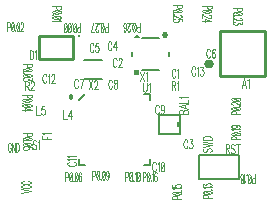
<source format=gto>
G04 DipTrace 2.4.0.2*
%IN3dBBLE.gto*%
%MOMM*%
%ADD10C,0.25*%
%ADD18C,0.152*%
%ADD21O,0.794X0.794*%
%ADD26C,0.317*%
%ADD42O,0.398X0.462*%
%ADD53O,0.48X0.525*%
%ADD90C,0.118*%
%ADD91C,0.083*%
%FSLAX53Y53*%
G04*
G71*
G90*
G75*
G01*
%LNTopSilk*%
%LPD*%
X28835Y24915D2*
D10*
X32645D1*
Y21105D1*
X28835D1*
Y24915D1*
D21*
X27962Y22137D3*
X25461Y16202D2*
D18*
X23721D1*
Y17762D1*
X25461D1*
Y16202D1*
G36*
X25525Y16776D2*
X25246D1*
Y17179D1*
X25525D1*
Y16776D1*
G37*
X16424Y24490D2*
D10*
X13566D1*
Y22585D1*
X16424D1*
Y24490D1*
D26*
X16900D3*
X30481Y14383D2*
D18*
X27081D1*
Y12383D1*
X30481D1*
Y14383D1*
D42*
X16286Y19288D3*
X16920Y19095D2*
D18*
X17420Y19595D1*
X22420D2*
X22920D1*
Y19095D1*
X22420Y13594D2*
X22920D1*
Y14095D1*
X16920D2*
Y13594D1*
X17420D1*
D53*
X24209Y24544D3*
G36*
X21990Y21187D2*
X21555D1*
Y21617D1*
X21990D1*
Y21187D1*
G37*
G36*
X22094Y24317D2*
X21809Y24677D1*
X21549Y24317D1*
X21539D1*
D1*
X22094D1*
G37*
X23725Y21637D2*
D18*
X22234D1*
X21460Y22787D2*
Y23157D1*
X23734Y24287D2*
X22234D1*
X24535Y23137D2*
Y22787D1*
X18911Y20841D2*
X17377D1*
X18922Y22494D2*
X17377D1*
X31047Y20127D2*
D90*
X30871Y20893D1*
X30696Y20127D1*
X30762Y20383D2*
X30981D1*
X31188Y20747D2*
X31232Y20784D1*
X31297Y20892D1*
Y20127D1*
X25404Y17904D2*
X26169D1*
Y18102D1*
X26132Y18167D1*
X26096Y18189D1*
X26024Y18211D1*
X25914D1*
X25841Y18189D1*
X25805Y18167D1*
X25768Y18102D1*
X25731Y18167D1*
X25695Y18189D1*
X25623Y18211D1*
X25549D1*
X25477Y18189D1*
X25440Y18167D1*
X25404Y18102D1*
Y17904D1*
X25768D2*
Y18102D1*
X26169Y18702D2*
X25404Y18527D1*
X26169Y18352D1*
X25914Y18418D2*
Y18636D1*
X25404Y18843D2*
X26169D1*
Y19106D1*
X25550Y19247D2*
X25513Y19291D1*
X25405Y19356D1*
X26169D1*
X25097Y21536D2*
X25075Y21609D1*
X25031Y21682D1*
X24988Y21718D1*
X24900D1*
X24856Y21682D1*
X24813Y21609D1*
X24790Y21536D1*
X24769Y21427D1*
Y21244D1*
X24790Y21135D1*
X24813Y21062D1*
X24856Y20989D1*
X24900Y20952D1*
X24988D1*
X25031Y20989D1*
X25075Y21062D1*
X25097Y21135D1*
X25238Y21571D2*
X25282Y21609D1*
X25348Y21717D1*
Y20952D1*
X20128Y22466D2*
X20106Y22539D1*
X20062Y22612D1*
X20018Y22648D1*
X19931D1*
X19887Y22612D1*
X19844Y22539D1*
X19821Y22466D1*
X19800Y22357D1*
Y22174D1*
X19821Y22065D1*
X19844Y21992D1*
X19887Y21920D1*
X19931Y21883D1*
X20018D1*
X20062Y21920D1*
X20106Y21992D1*
X20128Y22065D1*
X20291Y22466D2*
Y22502D1*
X20313Y22575D1*
X20334Y22611D1*
X20378Y22647D1*
X20466D1*
X20509Y22611D1*
X20531Y22575D1*
X20553Y22502D1*
Y22429D1*
X20531Y22356D1*
X20488Y22247D1*
X20269Y21883D1*
X20575D1*
X26111Y15551D2*
X26089Y15623D1*
X26045Y15697D1*
X26002Y15733D1*
X25915D1*
X25871Y15697D1*
X25827Y15623D1*
X25805Y15551D1*
X25783Y15442D1*
Y15259D1*
X25805Y15150D1*
X25827Y15077D1*
X25871Y15004D1*
X25915Y14967D1*
X26002D1*
X26045Y15004D1*
X26089Y15077D1*
X26111Y15150D1*
X26296Y15732D2*
X26536D1*
X26405Y15441D1*
X26471D1*
X26515Y15404D1*
X26536Y15368D1*
X26559Y15259D1*
Y15186D1*
X26536Y15077D1*
X26493Y15004D1*
X26427Y14967D1*
X26362D1*
X26296Y15004D1*
X26275Y15041D1*
X26252Y15113D1*
X19682Y23854D2*
X19661Y23926D1*
X19617Y23999D1*
X19573Y24036D1*
X19486D1*
X19442Y23999D1*
X19398Y23926D1*
X19376Y23854D1*
X19354Y23744D1*
Y23561D1*
X19376Y23453D1*
X19398Y23379D1*
X19442Y23307D1*
X19486Y23270D1*
X19573D1*
X19617Y23307D1*
X19661Y23379D1*
X19682Y23453D1*
X20042Y23270D2*
Y24035D1*
X19824Y23525D1*
X20152D1*
X18156Y23723D2*
X18134Y23795D1*
X18090Y23869D1*
X18047Y23905D1*
X17959D1*
X17915Y23869D1*
X17872Y23795D1*
X17850Y23723D1*
X17828Y23613D1*
Y23431D1*
X17850Y23322D1*
X17872Y23249D1*
X17915Y23176D1*
X17959Y23139D1*
X18047D1*
X18090Y23176D1*
X18134Y23249D1*
X18156Y23322D1*
X18559Y23904D2*
X18341D1*
X18319Y23576D1*
X18341Y23613D1*
X18407Y23650D1*
X18472D1*
X18538Y23613D1*
X18582Y23540D1*
X18603Y23431D1*
Y23358D1*
X18582Y23249D1*
X18538Y23175D1*
X18472Y23139D1*
X18407D1*
X18341Y23175D1*
X18319Y23212D1*
X18297Y23285D1*
X28039Y23220D2*
X28017Y23293D1*
X27973Y23366D1*
X27930Y23402D1*
X27842D1*
X27798Y23366D1*
X27755Y23293D1*
X27732Y23220D1*
X27711Y23111D1*
Y22928D1*
X27732Y22820D1*
X27755Y22746D1*
X27798Y22674D1*
X27842Y22637D1*
X27930D1*
X27973Y22674D1*
X28017Y22746D1*
X28039Y22820D1*
X28442Y23293D2*
X28420Y23365D1*
X28355Y23402D1*
X28311D1*
X28246Y23365D1*
X28202Y23256D1*
X28180Y23074D1*
Y22892D1*
X28202Y22746D1*
X28246Y22673D1*
X28311Y22637D1*
X28333D1*
X28398Y22673D1*
X28442Y22746D1*
X28464Y22856D1*
Y22892D1*
X28442Y23001D1*
X28398Y23074D1*
X28333Y23110D1*
X28311D1*
X28246Y23074D1*
X28202Y23001D1*
X28180Y22892D1*
X16845Y20671D2*
X16823Y20743D1*
X16779Y20817D1*
X16736Y20853D1*
X16648D1*
X16604Y20817D1*
X16561Y20743D1*
X16539Y20671D1*
X16517Y20561D1*
Y20379D1*
X16539Y20270D1*
X16561Y20197D1*
X16604Y20124D1*
X16648Y20087D1*
X16736D1*
X16779Y20124D1*
X16823Y20197D1*
X16845Y20270D1*
X17074Y20087D2*
X17292Y20852D1*
X16986D1*
X19746Y20623D2*
X19724Y20695D1*
X19680Y20769D1*
X19637Y20805D1*
X19550D1*
X19506Y20769D1*
X19462Y20695D1*
X19440Y20623D1*
X19418Y20513D1*
Y20331D1*
X19440Y20222D1*
X19462Y20149D1*
X19506Y20076D1*
X19550Y20039D1*
X19637D1*
X19680Y20076D1*
X19724Y20149D1*
X19746Y20222D1*
X19997Y20804D2*
X19931Y20768D1*
X19909Y20695D1*
Y20622D1*
X19931Y20550D1*
X19975Y20513D1*
X20062Y20476D1*
X20128Y20440D1*
X20171Y20367D1*
X20193Y20294D1*
Y20185D1*
X20171Y20112D1*
X20150Y20075D1*
X20084Y20039D1*
X19997D1*
X19931Y20075D1*
X19909Y20112D1*
X19887Y20185D1*
Y20294D1*
X19909Y20367D1*
X19953Y20440D1*
X20018Y20476D1*
X20106Y20513D1*
X20150Y20550D1*
X20171Y20622D1*
Y20695D1*
X20150Y20768D1*
X20084Y20804D1*
X19997D1*
X23698Y18478D2*
X23676Y18550D1*
X23632Y18624D1*
X23588Y18660D1*
X23501D1*
X23457Y18624D1*
X23414Y18550D1*
X23391Y18478D1*
X23370Y18368D1*
Y18186D1*
X23391Y18077D1*
X23414Y18004D1*
X23457Y17931D1*
X23501Y17894D1*
X23588D1*
X23632Y17931D1*
X23676Y18004D1*
X23698Y18077D1*
X24123Y18405D2*
X24101Y18295D1*
X24058Y18222D1*
X23992Y18186D1*
X23970D1*
X23905Y18222D1*
X23861Y18295D1*
X23839Y18405D1*
Y18441D1*
X23861Y18550D1*
X23905Y18623D1*
X23970Y18659D1*
X23992D1*
X24058Y18623D1*
X24101Y18550D1*
X24123Y18405D1*
Y18222D1*
X24101Y18040D1*
X24058Y17930D1*
X23992Y17894D1*
X23948D1*
X23883Y17930D1*
X23861Y18004D1*
X23460Y13635D2*
X23438Y13708D1*
X23394Y13781D1*
X23351Y13817D1*
X23263D1*
X23219Y13781D1*
X23176Y13708D1*
X23154Y13635D1*
X23132Y13526D1*
Y13343D1*
X23154Y13234D1*
X23176Y13161D1*
X23219Y13089D1*
X23263Y13052D1*
X23351D1*
X23394Y13089D1*
X23438Y13161D1*
X23460Y13234D1*
X23601Y13671D2*
X23645Y13708D1*
X23711Y13817D1*
Y13052D1*
X23983Y13817D2*
X23918Y13780D1*
X23874Y13671D1*
X23852Y13489D1*
Y13379D1*
X23874Y13197D1*
X23918Y13088D1*
X23983Y13052D1*
X24027D1*
X24092Y13088D1*
X24136Y13197D1*
X24158Y13379D1*
Y13489D1*
X24136Y13671D1*
X24092Y13780D1*
X24027Y13817D1*
X23983D1*
X24136Y13671D2*
X23874Y13197D1*
X16125Y13825D2*
X16052Y13804D1*
X15979Y13760D1*
X15943Y13716D1*
Y13629D1*
X15979Y13585D1*
X16052Y13541D1*
X16125Y13519D1*
X16234Y13497D1*
X16417D1*
X16526Y13519D1*
X16599Y13541D1*
X16671Y13585D1*
X16708Y13629D1*
Y13716D1*
X16671Y13760D1*
X16599Y13804D1*
X16526Y13825D1*
X16089Y13967D2*
X16052Y14011D1*
X15943Y14076D1*
X16708D1*
X16089Y14218D2*
X16052Y14261D1*
X15943Y14327D1*
X16708D1*
X14173Y21102D2*
X14151Y21174D1*
X14107Y21247D1*
X14064Y21284D1*
X13977D1*
X13933Y21247D1*
X13889Y21174D1*
X13867Y21102D1*
X13845Y20992D1*
Y20809D1*
X13867Y20701D1*
X13889Y20627D1*
X13933Y20555D1*
X13977Y20518D1*
X14064D1*
X14107Y20555D1*
X14151Y20627D1*
X14173Y20701D1*
X14314Y21137D2*
X14358Y21174D1*
X14424Y21283D1*
Y20518D1*
X14587Y21101D2*
Y21137D1*
X14609Y21210D1*
X14631Y21247D1*
X14675Y21283D1*
X14762D1*
X14806Y21247D1*
X14828Y21210D1*
X14850Y21137D1*
Y21065D1*
X14828Y20991D1*
X14784Y20883D1*
X14565Y20518D1*
X14871D1*
X26782Y21727D2*
X26761Y21800D1*
X26717Y21873D1*
X26673Y21909D1*
X26586D1*
X26542Y21873D1*
X26498Y21800D1*
X26476Y21727D1*
X26454Y21618D1*
Y21435D1*
X26476Y21326D1*
X26498Y21253D1*
X26542Y21181D1*
X26586Y21143D1*
X26673D1*
X26717Y21181D1*
X26761Y21253D1*
X26782Y21326D1*
X26923Y21763D2*
X26967Y21800D1*
X27033Y21908D1*
Y21143D1*
X27218Y21908D2*
X27458D1*
X27327Y21617D1*
X27393D1*
X27437Y21581D1*
X27458Y21544D1*
X27481Y21435D1*
Y21362D1*
X27458Y21253D1*
X27415Y21180D1*
X27349Y21143D1*
X27283D1*
X27218Y21180D1*
X27197Y21217D1*
X27174Y21289D1*
X12758Y23293D2*
Y22527D1*
X12911D1*
X12977Y22565D1*
X13021Y22637D1*
X13042Y22710D1*
X13064Y22819D1*
Y23002D1*
X13042Y23111D1*
X13021Y23184D1*
X12977Y23257D1*
X12911Y23293D1*
X12758D1*
X13205Y23147D2*
X13249Y23184D1*
X13315Y23292D1*
Y22527D1*
X13836Y16028D2*
Y15744D1*
X14602D1*
X14201D2*
Y15918D1*
X13983Y16169D2*
X13946Y16213D1*
X13837Y16279D1*
X14602D1*
X15621Y18201D2*
Y17435D1*
X15883D1*
X16243D2*
Y18200D1*
X16024Y17691D1*
X16352D1*
X13335Y18583D2*
Y17817D1*
X13597D1*
X14000Y18582D2*
X13782D1*
X13760Y18254D1*
X13782Y18291D1*
X13848Y18328D1*
X13913D1*
X13979Y18291D1*
X14023Y18218D1*
X14044Y18109D1*
Y18036D1*
X14023Y17927D1*
X13979Y17853D1*
X13913Y17817D1*
X13848D1*
X13782Y17853D1*
X13760Y17891D1*
X13738Y17963D1*
X24787Y20308D2*
X24984D1*
X25050Y20345D1*
X25072Y20381D1*
X25094Y20454D1*
Y20527D1*
X25072Y20600D1*
X25050Y20637D1*
X24984Y20673D1*
X24787D1*
Y19907D1*
X24940Y20308D2*
X25094Y19907D1*
X25235Y20526D2*
X25279Y20563D1*
X25344Y20672D1*
Y19907D1*
X12376Y20293D2*
X12573D1*
X12639Y20330D1*
X12661Y20366D1*
X12683Y20439D1*
Y20512D1*
X12661Y20584D1*
X12639Y20621D1*
X12573Y20658D1*
X12376D1*
Y19892D1*
X12530Y20293D2*
X12683Y19892D1*
X12846Y20475D2*
Y20511D1*
X12868Y20584D1*
X12890Y20620D1*
X12933Y20657D1*
X13021D1*
X13064Y20620D1*
X13086Y20584D1*
X13108Y20511D1*
Y20439D1*
X13086Y20365D1*
X13043Y20257D1*
X12824Y19892D1*
X13130D1*
X29354Y14974D2*
X29550D1*
X29616Y15011D1*
X29638Y15048D1*
X29660Y15120D1*
Y15193D1*
X29638Y15266D1*
X29616Y15303D1*
X29550Y15339D1*
X29354D1*
Y14573D1*
X29507Y14974D2*
X29660Y14573D1*
X30107Y15230D2*
X30064Y15303D1*
X29998Y15339D1*
X29911D1*
X29845Y15303D1*
X29801Y15230D1*
Y15157D1*
X29823Y15084D1*
X29845Y15048D1*
X29889Y15011D1*
X30020Y14938D1*
X30064Y14902D1*
X30086Y14865D1*
X30107Y14792D1*
Y14683D1*
X30064Y14610D1*
X29998Y14573D1*
X29911D1*
X29845Y14610D1*
X29801Y14683D1*
X30402Y15339D2*
Y14573D1*
X30249Y15339D2*
X30555D1*
X13336Y15569D2*
X13293Y15642D1*
X13227Y15678D1*
X13140D1*
X13074Y15642D1*
X13030Y15569D1*
Y15496D1*
X13052Y15423D1*
X13074Y15387D1*
X13118Y15351D1*
X13249Y15277D1*
X13293Y15241D1*
X13315Y15204D1*
X13336Y15132D1*
Y15022D1*
X13293Y14950D1*
X13227Y14913D1*
X13140D1*
X13074Y14950D1*
X13030Y15022D1*
X13478Y15532D2*
X13522Y15569D1*
X13587Y15677D1*
Y14913D1*
X27515Y14979D2*
X27442Y14936D1*
X27406Y14870D1*
Y14783D1*
X27442Y14717D1*
X27515Y14673D1*
X27588D1*
X27661Y14695D1*
X27697Y14717D1*
X27733Y14760D1*
X27807Y14892D1*
X27843Y14936D1*
X27880Y14957D1*
X27952Y14979D1*
X28062D1*
X28134Y14936D1*
X28171Y14870D1*
Y14783D1*
X28134Y14717D1*
X28062Y14673D1*
X27406Y15120D2*
X28171Y15230D1*
X27406Y15339D1*
X28171Y15448D1*
X27406Y15558D1*
Y15699D2*
X28171D1*
Y15852D1*
X28134Y15918D1*
X28062Y15962D1*
X27989Y15984D1*
X27880Y16005D1*
X27697D1*
X27588Y15984D1*
X27515Y15962D1*
X27442Y15918D1*
X27406Y15852D1*
Y15699D1*
X22363Y20525D2*
Y19979D1*
X22385Y19869D1*
X22429Y19797D1*
X22495Y19760D1*
X22538D1*
X22604Y19797D1*
X22648Y19869D1*
X22670Y19979D1*
Y20525D1*
X22811Y20379D2*
X22855Y20416D1*
X22920Y20524D1*
Y19760D1*
X22141Y21477D2*
X22447Y20711D1*
Y21477D2*
X22141Y20711D1*
X22588Y21330D2*
X22632Y21368D1*
X22698Y21476D1*
Y20711D1*
X17757Y20754D2*
X18063Y19988D1*
Y20754D2*
X17757Y19988D1*
X18226Y20571D2*
Y20607D1*
X18248Y20680D1*
X18270Y20717D1*
X18314Y20753D1*
X18401D1*
X18445Y20717D1*
X18466Y20680D1*
X18489Y20607D1*
Y20535D1*
X18466Y20461D1*
X18423Y20353D1*
X18204Y19988D1*
X18510D1*
X12064Y11220D2*
D91*
X12830Y11366D1*
X12064Y11511D1*
X12246Y11868D2*
X12174Y11850D1*
X12101Y11813D1*
X12065Y11777D1*
Y11704D1*
X12101Y11668D1*
X12174Y11631D1*
X12246Y11613D1*
X12356Y11595D1*
X12539D1*
X12647Y11613D1*
X12721Y11631D1*
X12793Y11668D1*
X12830Y11704D1*
Y11777D1*
X12793Y11813D1*
X12721Y11850D1*
X12647Y11868D1*
X12246Y12225D2*
X12174Y12207D1*
X12101Y12170D1*
X12065Y12134D1*
Y12061D1*
X12101Y12024D1*
X12174Y11988D1*
X12246Y11969D1*
X12356Y11951D1*
X12539D1*
X12647Y11969D1*
X12721Y11988D1*
X12793Y12024D1*
X12830Y12061D1*
Y12134D1*
X12793Y12170D1*
X12721Y12207D1*
X12647Y12225D1*
X11169Y15276D2*
X11151Y15348D1*
X11114Y15422D1*
X11078Y15458D1*
X11005D1*
X10968Y15422D1*
X10932Y15348D1*
X10914Y15276D1*
X10896Y15167D1*
Y14984D1*
X10914Y14875D1*
X10932Y14802D1*
X10968Y14729D1*
X11005Y14692D1*
X11078D1*
X11114Y14729D1*
X11151Y14802D1*
X11169Y14875D1*
Y14984D1*
X11078D1*
X11507Y15458D2*
Y14692D1*
X11252Y15458D1*
Y14692D1*
X11591Y15458D2*
Y14692D1*
X11718D1*
X11773Y14729D1*
X11810Y14802D1*
X11828Y14875D1*
X11846Y14984D1*
Y15167D1*
X11828Y15276D1*
X11810Y15348D1*
X11773Y15422D1*
X11718Y15458D1*
X11591D1*
X22059Y25262D2*
X21895D1*
X21840Y25225D1*
X21822Y25188D1*
X21804Y25116D1*
Y25006D1*
X21822Y24934D1*
X21840Y24897D1*
X21895Y24861D1*
X22059D1*
Y25626D1*
X21611Y24861D2*
X21665Y24898D1*
X21702Y25007D1*
X21720Y25189D1*
Y25299D1*
X21702Y25481D1*
X21666Y25590D1*
X21611Y25626D1*
X21575D1*
X21520Y25590D1*
X21484Y25481D1*
X21465Y25299D1*
Y25189D1*
X21484Y25007D1*
X21520Y24898D1*
X21575Y24861D1*
X21611D1*
X21484Y25007D2*
X21702Y25481D1*
X21364Y25553D2*
X21382Y25590D1*
X21364Y25626D1*
X21345Y25590D1*
X21364Y25553D1*
X21243Y25043D2*
Y25007D1*
X21225Y24934D1*
X21207Y24898D1*
X21170Y24861D1*
X21097D1*
X21061Y24898D1*
X21043Y24934D1*
X21025Y25007D1*
Y25080D1*
X21043Y25153D1*
X21079Y25262D1*
X21262Y25626D1*
X21007D1*
X20705Y24970D2*
X20723Y24898D1*
X20777Y24861D1*
X20814D1*
X20868Y24898D1*
X20905Y25007D1*
X20923Y25189D1*
Y25371D1*
X20905Y25517D1*
X20868Y25590D1*
X20814Y25626D1*
X20796D1*
X20741Y25590D1*
X20705Y25517D1*
X20686Y25407D1*
Y25371D1*
X20705Y25262D1*
X20741Y25189D1*
X20796Y25153D1*
X20814D1*
X20868Y25189D1*
X20905Y25262D1*
X20923Y25371D1*
X19366Y25231D2*
X19202D1*
X19148Y25194D1*
X19129Y25157D1*
X19111Y25085D1*
Y24975D1*
X19129Y24903D1*
X19148Y24866D1*
X19202Y24830D1*
X19366D1*
Y25595D1*
X18918Y24831D2*
X18973Y24867D1*
X19010Y24976D1*
X19028Y25158D1*
Y25268D1*
X19010Y25450D1*
X18973Y25559D1*
X18918Y25595D1*
X18882D1*
X18827Y25559D1*
X18791Y25450D1*
X18772Y25268D1*
Y25158D1*
X18791Y24976D1*
X18827Y24867D1*
X18882Y24831D1*
X18918D1*
X18791Y24976D2*
X19010Y25450D1*
X18671Y25522D2*
X18689Y25559D1*
X18671Y25595D1*
X18652Y25559D1*
X18671Y25522D1*
X18551Y25012D2*
Y24976D1*
X18532Y24903D1*
X18514Y24867D1*
X18478Y24831D1*
X18405D1*
X18369Y24867D1*
X18351Y24903D1*
X18332Y24976D1*
Y25049D1*
X18351Y25122D1*
X18387Y25231D1*
X18569Y25595D1*
X18314D1*
X18158D2*
X17975Y24831D1*
X18231D1*
X10839Y25255D2*
X11003D1*
X11057Y25292D1*
X11076Y25329D1*
X11094Y25401D1*
Y25511D1*
X11076Y25583D1*
X11057Y25620D1*
X11003Y25656D1*
X10839D1*
Y24891D1*
X11287Y25655D2*
X11232Y25619D1*
X11195Y25510D1*
X11177Y25328D1*
Y25218D1*
X11195Y25036D1*
X11232Y24927D1*
X11287Y24891D1*
X11323D1*
X11378Y24927D1*
X11414Y25036D1*
X11432Y25218D1*
Y25328D1*
X11414Y25510D1*
X11378Y25619D1*
X11323Y25655D1*
X11287D1*
X11414Y25510D2*
X11195Y25036D1*
X11534Y24964D2*
X11516Y24927D1*
X11534Y24891D1*
X11552Y24927D1*
X11534Y24964D1*
X11745Y25655D2*
X11690Y25619D1*
X11654Y25510D1*
X11636Y25328D1*
Y25218D1*
X11654Y25036D1*
X11690Y24927D1*
X11745Y24891D1*
X11781D1*
X11836Y24927D1*
X11872Y25036D1*
X11891Y25218D1*
Y25328D1*
X11872Y25510D1*
X11836Y25619D1*
X11781Y25655D1*
X11745D1*
X11872Y25510D2*
X11654Y25036D1*
X11993Y25473D2*
Y25510D1*
X12011Y25583D1*
X12029Y25619D1*
X12066Y25655D1*
X12139D1*
X12175Y25619D1*
X12193Y25583D1*
X12211Y25510D1*
Y25437D1*
X12193Y25364D1*
X12157Y25255D1*
X11974Y24891D1*
X12229D1*
X12531Y22080D2*
Y21916D1*
X12567Y21862D1*
X12604Y21843D1*
X12677Y21825D1*
X12786D1*
X12859Y21843D1*
X12896Y21862D1*
X12932Y21916D1*
Y22080D1*
X12166D1*
X12931Y21632D2*
X12895Y21687D1*
X12785Y21723D1*
X12603Y21742D1*
X12494D1*
X12312Y21723D1*
X12202Y21687D1*
X12166Y21632D1*
Y21596D1*
X12202Y21541D1*
X12312Y21505D1*
X12494Y21486D1*
X12603D1*
X12785Y21505D1*
X12895Y21541D1*
X12931Y21596D1*
Y21632D1*
X12785Y21505D2*
X12312Y21723D1*
X12240Y21385D2*
X12202Y21403D1*
X12166Y21385D1*
X12202Y21366D1*
X12240Y21385D1*
X12931Y21174D2*
X12895Y21228D1*
X12785Y21265D1*
X12603Y21283D1*
X12494D1*
X12312Y21265D1*
X12202Y21228D1*
X12166Y21174D1*
Y21137D1*
X12202Y21083D1*
X12312Y21046D1*
X12494Y21028D1*
X12603D1*
X12785Y21046D1*
X12895Y21083D1*
X12931Y21137D1*
Y21174D1*
X12785Y21046D2*
X12312Y21265D1*
X12931Y20908D2*
Y20708D1*
X12640Y20817D1*
Y20762D1*
X12603Y20726D1*
X12567Y20708D1*
X12458Y20689D1*
X12385D1*
X12276Y20708D1*
X12202Y20744D1*
X12166Y20799D1*
Y20854D1*
X12202Y20908D1*
X12240Y20926D1*
X12312Y20944D1*
X12520Y16240D2*
Y16076D1*
X12556Y16022D1*
X12593Y16003D1*
X12665Y15985D1*
X12775D1*
X12847Y16003D1*
X12884Y16022D1*
X12921Y16076D1*
Y16240D1*
X12155D1*
X12920Y15792D2*
X12884Y15847D1*
X12774Y15883D1*
X12592Y15902D1*
X12483D1*
X12301Y15883D1*
X12191Y15847D1*
X12155Y15792D1*
Y15756D1*
X12191Y15701D1*
X12301Y15665D1*
X12483Y15646D1*
X12592D1*
X12774Y15665D1*
X12884Y15701D1*
X12920Y15756D1*
Y15792D1*
X12774Y15665D2*
X12301Y15883D1*
X12228Y15545D2*
X12191Y15563D1*
X12155Y15545D1*
X12191Y15526D1*
X12228Y15545D1*
X12920Y15334D2*
X12884Y15388D1*
X12774Y15425D1*
X12592Y15443D1*
X12483D1*
X12301Y15425D1*
X12191Y15388D1*
X12155Y15334D1*
Y15297D1*
X12191Y15243D1*
X12301Y15206D1*
X12483Y15188D1*
X12592D1*
X12774Y15206D1*
X12884Y15243D1*
X12920Y15297D1*
Y15334D1*
X12774Y15206D2*
X12301Y15425D1*
X12920Y14886D2*
Y15068D1*
X12592Y15086D1*
X12628Y15068D1*
X12665Y15013D1*
Y14959D1*
X12628Y14904D1*
X12556Y14867D1*
X12446Y14849D1*
X12374D1*
X12265Y14867D1*
X12191Y14904D1*
X12155Y14959D1*
Y15013D1*
X12191Y15068D1*
X12228Y15086D1*
X12301Y15105D1*
X15775Y12544D2*
X15939D1*
X15993Y12580D1*
X16012Y12617D1*
X16030Y12690D1*
Y12799D1*
X16012Y12872D1*
X15993Y12909D1*
X15939Y12945D1*
X15775D1*
Y12179D1*
X16223Y12944D2*
X16168Y12908D1*
X16131Y12798D1*
X16113Y12616D1*
Y12507D1*
X16131Y12325D1*
X16168Y12215D1*
X16223Y12179D1*
X16259D1*
X16314Y12215D1*
X16350Y12325D1*
X16368Y12507D1*
Y12616D1*
X16350Y12798D1*
X16314Y12908D1*
X16259Y12944D1*
X16223D1*
X16350Y12798D2*
X16131Y12325D1*
X16470Y12253D2*
X16452Y12215D1*
X16470Y12179D1*
X16488Y12215D1*
X16470Y12253D1*
X16681Y12944D2*
X16626Y12908D1*
X16590Y12798D1*
X16572Y12616D1*
Y12507D1*
X16590Y12325D1*
X16626Y12215D1*
X16681Y12179D1*
X16717D1*
X16772Y12215D1*
X16808Y12325D1*
X16827Y12507D1*
Y12616D1*
X16808Y12798D1*
X16772Y12908D1*
X16717Y12944D1*
X16681D1*
X16808Y12798D2*
X16590Y12325D1*
X17129Y12835D2*
X17111Y12908D1*
X17056Y12944D1*
X17020D1*
X16965Y12908D1*
X16928Y12798D1*
X16910Y12616D1*
Y12434D1*
X16928Y12289D1*
X16965Y12215D1*
X17020Y12179D1*
X17038D1*
X17092Y12215D1*
X17129Y12289D1*
X17147Y12398D1*
Y12434D1*
X17129Y12544D1*
X17092Y12616D1*
X17038Y12653D1*
X17020D1*
X16965Y12616D1*
X16928Y12544D1*
X16910Y12434D1*
X12516Y19525D2*
Y19361D1*
X12552Y19307D1*
X12589Y19288D1*
X12662Y19270D1*
X12771D1*
X12844Y19288D1*
X12881Y19307D1*
X12917Y19361D1*
Y19525D1*
X12151D1*
X12916Y19077D2*
X12880Y19132D1*
X12770Y19169D1*
X12588Y19187D1*
X12479D1*
X12297Y19169D1*
X12187Y19132D1*
X12151Y19077D1*
Y19041D1*
X12187Y18986D1*
X12297Y18950D1*
X12479Y18932D1*
X12588D1*
X12770Y18950D1*
X12880Y18986D1*
X12916Y19041D1*
Y19077D1*
X12770Y18950D2*
X12297Y19169D1*
X12225Y18830D2*
X12187Y18848D1*
X12151Y18830D1*
X12187Y18812D1*
X12225Y18830D1*
X12916Y18619D2*
X12880Y18674D1*
X12770Y18710D1*
X12588Y18728D1*
X12479D1*
X12297Y18710D1*
X12187Y18674D1*
X12151Y18619D1*
Y18583D1*
X12187Y18528D1*
X12297Y18492D1*
X12479Y18473D1*
X12588D1*
X12770Y18492D1*
X12880Y18528D1*
X12916Y18583D1*
Y18619D1*
X12770Y18492D2*
X12297Y18710D1*
X12151Y18207D2*
X12916D1*
X12406Y18390D1*
Y18116D1*
X25246Y10720D2*
Y10884D1*
X25210Y10939D1*
X25173Y10957D1*
X25100Y10975D1*
X24991D1*
X24918Y10957D1*
X24881Y10939D1*
X24845Y10884D1*
Y10720D1*
X25611D1*
X24846Y11168D2*
X24882Y11113D1*
X24992Y11077D1*
X25174Y11059D1*
X25283D1*
X25465Y11077D1*
X25575Y11113D1*
X25611Y11168D1*
Y11204D1*
X25575Y11259D1*
X25465Y11295D1*
X25283Y11314D1*
X25174D1*
X24992Y11295D1*
X24882Y11259D1*
X24846Y11204D1*
Y11168D1*
X24992Y11295D2*
X25465Y11077D1*
X25537Y11415D2*
X25575Y11397D1*
X25611Y11415D1*
X25575Y11434D1*
X25537Y11415D1*
X24992Y11517D2*
X24955Y11554D1*
X24846Y11609D1*
X25611D1*
X24846Y11910D2*
Y11728D1*
X25174Y11710D1*
X25137Y11728D1*
X25100Y11783D1*
Y11838D1*
X25137Y11892D1*
X25210Y11929D1*
X25319Y11947D1*
X25392D1*
X25501Y11929D1*
X25575Y11892D1*
X25611Y11838D1*
Y11783D1*
X25575Y11728D1*
X25537Y11710D1*
X25465Y11692D1*
X18075Y12670D2*
X18239D1*
X18293Y12707D1*
X18312Y12744D1*
X18330Y12816D1*
Y12926D1*
X18312Y12998D1*
X18293Y13035D1*
X18239Y13071D1*
X18075D1*
Y12306D1*
X18523Y13070D2*
X18468Y13034D1*
X18431Y12925D1*
X18413Y12743D1*
Y12633D1*
X18431Y12451D1*
X18468Y12342D1*
X18523Y12306D1*
X18559D1*
X18614Y12342D1*
X18650Y12451D1*
X18668Y12633D1*
Y12743D1*
X18650Y12925D1*
X18614Y13034D1*
X18559Y13070D1*
X18523D1*
X18650Y12925D2*
X18431Y12451D1*
X18770Y12379D2*
X18752Y12342D1*
X18770Y12306D1*
X18788Y12342D1*
X18770Y12379D1*
X18981Y13070D2*
X18926Y13034D1*
X18890Y12925D1*
X18872Y12743D1*
Y12633D1*
X18890Y12451D1*
X18926Y12342D1*
X18981Y12306D1*
X19017D1*
X19072Y12342D1*
X19108Y12451D1*
X19127Y12633D1*
Y12743D1*
X19108Y12925D1*
X19072Y13034D1*
X19017Y13070D1*
X18981D1*
X19108Y12925D2*
X18890Y12451D1*
X19447Y12816D2*
X19429Y12707D1*
X19393Y12633D1*
X19338Y12597D1*
X19320D1*
X19265Y12633D1*
X19229Y12707D1*
X19210Y12816D1*
Y12852D1*
X19229Y12962D1*
X19265Y13034D1*
X19320Y13070D1*
X19338D1*
X19393Y13034D1*
X19429Y12962D1*
X19447Y12816D1*
Y12633D1*
X19429Y12451D1*
X19393Y12342D1*
X19338Y12306D1*
X19302D1*
X19247Y12342D1*
X19229Y12415D1*
X20853Y12580D2*
X21017D1*
X21071Y12616D1*
X21090Y12653D1*
X21108Y12725D1*
Y12835D1*
X21090Y12907D1*
X21071Y12944D1*
X21017Y12981D1*
X20853D1*
Y12215D1*
X21301Y12980D2*
X21246Y12943D1*
X21209Y12834D1*
X21191Y12652D1*
Y12543D1*
X21209Y12361D1*
X21246Y12251D1*
X21301Y12215D1*
X21337D1*
X21392Y12251D1*
X21428Y12361D1*
X21447Y12543D1*
Y12652D1*
X21428Y12834D1*
X21392Y12943D1*
X21337Y12980D1*
X21301D1*
X21428Y12834D2*
X21209Y12361D1*
X21548Y12288D2*
X21530Y12251D1*
X21548Y12215D1*
X21567Y12251D1*
X21548Y12288D1*
X21650Y12834D2*
X21686Y12871D1*
X21741Y12980D1*
Y12215D1*
X21934Y12980D2*
X21879Y12943D1*
X21843Y12834D1*
X21825Y12652D1*
Y12543D1*
X21843Y12361D1*
X21879Y12251D1*
X21934Y12215D1*
X21970D1*
X22025Y12251D1*
X22061Y12361D1*
X22080Y12543D1*
Y12652D1*
X22061Y12834D1*
X22025Y12943D1*
X21970Y12980D1*
X21934D1*
X22061Y12834D2*
X21843Y12361D1*
X22328Y12568D2*
X22493D1*
X22547Y12604D1*
X22565Y12641D1*
X22584Y12714D1*
Y12823D1*
X22565Y12896D1*
X22547Y12933D1*
X22493Y12969D1*
X22328D1*
Y12203D1*
X22776Y12968D2*
X22722Y12932D1*
X22685Y12822D1*
X22667Y12641D1*
Y12531D1*
X22685Y12349D1*
X22722Y12240D1*
X22776Y12203D1*
X22813D1*
X22867Y12240D1*
X22904Y12349D1*
X22922Y12531D1*
Y12641D1*
X22904Y12822D1*
X22867Y12932D1*
X22813Y12968D1*
X22776D1*
X22904Y12822D2*
X22685Y12349D1*
X23024Y12277D2*
X23005Y12240D1*
X23024Y12203D1*
X23042Y12240D1*
X23024Y12277D1*
X23125Y12822D2*
X23162Y12860D1*
X23217Y12968D1*
Y12203D1*
X23519Y12860D2*
X23501Y12932D1*
X23446Y12968D1*
X23410D1*
X23355Y12932D1*
X23318Y12822D1*
X23300Y12641D1*
Y12459D1*
X23318Y12313D1*
X23355Y12240D1*
X23410Y12203D1*
X23428D1*
X23482Y12240D1*
X23519Y12313D1*
X23537Y12422D1*
Y12459D1*
X23519Y12568D1*
X23482Y12641D1*
X23428Y12677D1*
X23410D1*
X23355Y12641D1*
X23318Y12568D1*
X23300Y12459D1*
X15022Y26989D2*
Y26824D1*
X15059Y26770D1*
X15096Y26752D1*
X15168Y26733D1*
X15278D1*
X15350Y26752D1*
X15387Y26770D1*
X15423Y26824D1*
Y26989D1*
X14658D1*
X15422Y26541D2*
X15386Y26595D1*
X15277Y26632D1*
X15095Y26650D1*
X14985D1*
X14803Y26632D1*
X14694Y26595D1*
X14658Y26541D1*
Y26504D1*
X14694Y26450D1*
X14803Y26413D1*
X14985Y26395D1*
X15095D1*
X15277Y26413D1*
X15386Y26450D1*
X15422Y26504D1*
Y26541D1*
X15277Y26413D2*
X14803Y26632D1*
X14731Y26293D2*
X14694Y26312D1*
X14658Y26293D1*
X14694Y26275D1*
X14731Y26293D1*
X15422Y26082D2*
X15386Y26137D1*
X15277Y26173D1*
X15095Y26192D1*
X14985D1*
X14803Y26173D1*
X14694Y26137D1*
X14658Y26082D1*
Y26046D1*
X14694Y25991D1*
X14803Y25955D1*
X14985Y25936D1*
X15095D1*
X15277Y25955D1*
X15386Y25991D1*
X15422Y26046D1*
Y26082D1*
X15277Y25955D2*
X14803Y26173D1*
X15277Y25853D2*
X15314Y25816D1*
X15422Y25762D1*
X14658D1*
X17042Y25221D2*
X16878D1*
X16824Y25185D1*
X16805Y25148D1*
X16787Y25075D1*
Y24966D1*
X16805Y24893D1*
X16824Y24856D1*
X16878Y24820D1*
X17042D1*
Y25586D1*
X16594Y24821D2*
X16649Y24857D1*
X16686Y24966D1*
X16704Y25148D1*
Y25258D1*
X16686Y25440D1*
X16649Y25549D1*
X16594Y25586D1*
X16558D1*
X16503Y25549D1*
X16467Y25440D1*
X16448Y25258D1*
Y25148D1*
X16467Y24966D1*
X16503Y24857D1*
X16558Y24821D1*
X16594D1*
X16467Y24966D2*
X16686Y25440D1*
X16347Y25512D2*
X16365Y25549D1*
X16347Y25586D1*
X16328Y25549D1*
X16347Y25512D1*
X16136Y24821D2*
X16190Y24857D1*
X16227Y24966D1*
X16245Y25148D1*
Y25258D1*
X16227Y25440D1*
X16190Y25549D1*
X16136Y25586D1*
X16099D1*
X16045Y25549D1*
X16008Y25440D1*
X15990Y25258D1*
Y25148D1*
X16008Y24966D1*
X16045Y24857D1*
X16099Y24821D1*
X16136D1*
X16008Y24966D2*
X16227Y25440D1*
X15797Y24821D2*
X15852Y24857D1*
X15888Y24966D1*
X15907Y25148D1*
Y25258D1*
X15888Y25440D1*
X15852Y25549D1*
X15797Y25586D1*
X15761D1*
X15706Y25549D1*
X15670Y25440D1*
X15651Y25258D1*
Y25148D1*
X15670Y24966D1*
X15706Y24857D1*
X15761Y24821D1*
X15797D1*
X15670Y24966D2*
X15888Y25440D1*
X27754Y27066D2*
Y26902D1*
X27790Y26847D1*
X27827Y26829D1*
X27900Y26811D1*
X28009D1*
X28082Y26829D1*
X28119Y26847D1*
X28155Y26902D1*
Y27066D1*
X27389D1*
X28154Y26618D2*
X28118Y26673D1*
X28009Y26709D1*
X27827Y26727D1*
X27717D1*
X27535Y26709D1*
X27426Y26673D1*
X27389Y26618D1*
Y26582D1*
X27426Y26527D1*
X27535Y26491D1*
X27717Y26472D1*
X27827D1*
X28009Y26491D1*
X28118Y26527D1*
X28154Y26582D1*
Y26618D1*
X28009Y26491D2*
X27535Y26709D1*
X27463Y26371D2*
X27426Y26389D1*
X27389Y26371D1*
X27426Y26352D1*
X27463Y26371D1*
X27972Y26250D2*
X28009D1*
X28082Y26232D1*
X28118Y26214D1*
X28154Y26177D1*
Y26105D1*
X28118Y26068D1*
X28082Y26050D1*
X28009Y26032D1*
X27936D1*
X27863Y26050D1*
X27754Y26086D1*
X27389Y26269D1*
Y26014D1*
Y25748D2*
X28154D1*
X27645Y25930D1*
Y25657D1*
X30323Y26847D2*
Y26683D1*
X30359Y26628D1*
X30396Y26610D1*
X30469Y26592D1*
X30578D1*
X30651Y26610D1*
X30688Y26628D1*
X30724Y26683D1*
Y26847D1*
X29958D1*
X30723Y26399D2*
X30687Y26454D1*
X30577Y26490D1*
X30395Y26508D1*
X30286D1*
X30104Y26490D1*
X29995Y26454D1*
X29958Y26399D1*
Y26363D1*
X29995Y26308D1*
X30104Y26272D1*
X30286Y26253D1*
X30395D1*
X30577Y26272D1*
X30687Y26308D1*
X30723Y26363D1*
Y26399D1*
X30577Y26272D2*
X30104Y26490D1*
X30032Y26152D2*
X29995Y26170D1*
X29958Y26152D1*
X29995Y26133D1*
X30032Y26152D1*
X30541Y26031D2*
X30577D1*
X30651Y26013D1*
X30687Y25995D1*
X30723Y25959D1*
Y25886D1*
X30687Y25849D1*
X30651Y25831D1*
X30577Y25813D1*
X30505D1*
X30432Y25831D1*
X30323Y25868D1*
X29958Y26050D1*
Y25795D1*
X30723Y25675D2*
Y25475D1*
X30432Y25584D1*
Y25529D1*
X30395Y25493D1*
X30359Y25475D1*
X30250Y25456D1*
X30177D1*
X30068Y25475D1*
X29995Y25511D1*
X29958Y25566D1*
Y25620D1*
X29995Y25675D1*
X30032Y25693D1*
X30104Y25711D1*
X25244Y27077D2*
Y26913D1*
X25280Y26859D1*
X25317Y26840D1*
X25389Y26822D1*
X25499D1*
X25571Y26840D1*
X25608Y26859D1*
X25644Y26913D1*
Y27077D1*
X24879D1*
X25644Y26629D2*
X25607Y26684D1*
X25498Y26721D1*
X25316Y26739D1*
X25206D1*
X25025Y26721D1*
X24915Y26684D1*
X24879Y26629D1*
Y26593D1*
X24915Y26538D1*
X25025Y26502D1*
X25206Y26484D1*
X25316D1*
X25498Y26502D1*
X25607Y26538D1*
X25644Y26593D1*
Y26629D1*
X25498Y26502D2*
X25025Y26721D1*
X24952Y26382D2*
X24915Y26400D1*
X24879Y26382D1*
X24915Y26364D1*
X24952Y26382D1*
X25462Y26262D2*
X25498D1*
X25571Y26244D1*
X25607Y26226D1*
X25644Y26189D1*
Y26116D1*
X25607Y26080D1*
X25571Y26062D1*
X25498Y26043D1*
X25425D1*
X25352Y26062D1*
X25244Y26098D1*
X24879Y26280D1*
Y26025D1*
X25644Y25723D2*
Y25905D1*
X25316Y25923D1*
X25352Y25905D1*
X25389Y25850D1*
Y25796D1*
X25352Y25741D1*
X25280Y25705D1*
X25170Y25687D1*
X25098D1*
X24988Y25705D1*
X24915Y25741D1*
X24879Y25796D1*
Y25850D1*
X24915Y25905D1*
X24952Y25923D1*
X25025Y25942D1*
X27820Y10782D2*
Y10947D1*
X27784Y11001D1*
X27746Y11020D1*
X27674Y11038D1*
X27565D1*
X27492Y11020D1*
X27455Y11001D1*
X27419Y10947D1*
Y10782D1*
X28184D1*
X27420Y11231D2*
X27456Y11176D1*
X27565Y11139D1*
X27747Y11121D1*
X27857D1*
X28039Y11139D1*
X28148Y11176D1*
X28184Y11231D1*
Y11267D1*
X28148Y11321D1*
X28039Y11358D1*
X27857Y11376D1*
X27747D1*
X27565Y11358D1*
X27456Y11321D1*
X27420Y11267D1*
Y11231D1*
X27565Y11358D2*
X28039Y11139D1*
X28111Y11478D2*
X28148Y11460D1*
X28184Y11478D1*
X28148Y11496D1*
X28111Y11478D1*
X27565Y11580D2*
X27528Y11616D1*
X27420Y11671D1*
X28184D1*
X27420Y11791D2*
Y11991D1*
X27711Y11882D1*
Y11937D1*
X27747Y11973D1*
X27784Y11991D1*
X27893Y12009D1*
X27965D1*
X28075Y11991D1*
X28148Y11955D1*
X28184Y11900D1*
Y11845D1*
X28148Y11791D1*
X28111Y11773D1*
X28039Y11754D1*
X31819Y12435D2*
X31655D1*
X31601Y12399D1*
X31582Y12362D1*
X31564Y12290D1*
Y12180D1*
X31582Y12108D1*
X31601Y12071D1*
X31655Y12034D1*
X31819D1*
Y12800D1*
X31371Y12035D2*
X31426Y12071D1*
X31463Y12181D1*
X31481Y12363D1*
Y12472D1*
X31463Y12654D1*
X31426Y12764D1*
X31371Y12800D1*
X31335D1*
X31280Y12764D1*
X31244Y12654D1*
X31226Y12472D1*
Y12363D1*
X31244Y12181D1*
X31280Y12071D1*
X31335Y12035D1*
X31371D1*
X31244Y12181D2*
X31463Y12654D1*
X31124Y12727D2*
X31142Y12764D1*
X31124Y12800D1*
X31106Y12764D1*
X31124Y12727D1*
X31022Y12181D2*
X30986Y12144D1*
X30931Y12035D1*
Y12800D1*
X30757Y12035D2*
X30811Y12071D1*
X30830Y12144D1*
Y12217D1*
X30811Y12290D1*
X30775Y12327D1*
X30702Y12363D1*
X30647Y12399D1*
X30611Y12472D1*
X30593Y12545D1*
Y12654D1*
X30611Y12727D1*
X30629Y12764D1*
X30684Y12800D1*
X30757D1*
X30811Y12764D1*
X30830Y12727D1*
X30848Y12654D1*
Y12545D1*
X30830Y12472D1*
X30793Y12399D1*
X30739Y12363D1*
X30666Y12327D1*
X30629Y12290D1*
X30611Y12217D1*
Y12144D1*
X30629Y12071D1*
X30684Y12035D1*
X30757D1*
X30221Y15739D2*
Y15903D1*
X30185Y15958D1*
X30148Y15976D1*
X30076Y15994D1*
X29966D1*
X29894Y15976D1*
X29857Y15958D1*
X29820Y15903D1*
Y15739D1*
X30586D1*
X29821Y16187D2*
X29858Y16132D1*
X29967Y16096D1*
X30149Y16078D1*
X30258D1*
X30440Y16096D1*
X30550Y16132D1*
X30586Y16187D1*
Y16223D1*
X30550Y16278D1*
X30440Y16314D1*
X30258Y16333D1*
X30149D1*
X29967Y16314D1*
X29858Y16278D1*
X29821Y16223D1*
Y16187D1*
X29967Y16314D2*
X30440Y16096D1*
X30513Y16434D2*
X30550Y16416D1*
X30586Y16434D1*
X30550Y16453D1*
X30513Y16434D1*
X29967Y16536D2*
X29930Y16573D1*
X29821Y16627D1*
X30586D1*
X30076Y16948D2*
X30185Y16929D1*
X30258Y16893D1*
X30295Y16838D1*
Y16820D1*
X30258Y16766D1*
X30185Y16729D1*
X30076Y16711D1*
X30039D1*
X29930Y16729D1*
X29858Y16766D1*
X29821Y16820D1*
Y16838D1*
X29858Y16893D1*
X29930Y16929D1*
X30076Y16948D1*
X30258D1*
X30440Y16929D1*
X30550Y16893D1*
X30586Y16838D1*
Y16802D1*
X30550Y16747D1*
X30477Y16729D1*
X30233Y17875D2*
Y18039D1*
X30197Y18094D1*
X30160Y18112D1*
X30088Y18130D1*
X29978D1*
X29906Y18112D1*
X29869Y18094D1*
X29832Y18039D1*
Y17875D1*
X30598D1*
X29833Y18323D2*
X29869Y18269D1*
X29979Y18232D1*
X30161Y18214D1*
X30270D1*
X30452Y18232D1*
X30562Y18269D1*
X30598Y18323D1*
Y18360D1*
X30562Y18414D1*
X30452Y18450D1*
X30270Y18469D1*
X30161D1*
X29979Y18450D1*
X29869Y18414D1*
X29833Y18360D1*
Y18323D1*
X29979Y18450D2*
X30452Y18232D1*
X30525Y18570D2*
X30562Y18552D1*
X30598Y18570D1*
X30562Y18589D1*
X30525Y18570D1*
X30015Y18691D2*
X29979D1*
X29906Y18709D1*
X29869Y18727D1*
X29833Y18764D1*
Y18837D1*
X29869Y18873D1*
X29906Y18891D1*
X29979Y18909D1*
X30051D1*
X30125Y18891D1*
X30233Y18855D1*
X30598Y18672D1*
Y18928D1*
X29833Y19120D2*
X29869Y19066D1*
X29979Y19029D1*
X30161Y19011D1*
X30270D1*
X30452Y19029D1*
X30562Y19066D1*
X30598Y19120D1*
Y19157D1*
X30562Y19211D1*
X30452Y19248D1*
X30270Y19266D1*
X30161D1*
X29979Y19248D1*
X29869Y19211D1*
X29833Y19157D1*
Y19120D1*
X29979Y19248D2*
X30452Y19029D1*
M02*

</source>
